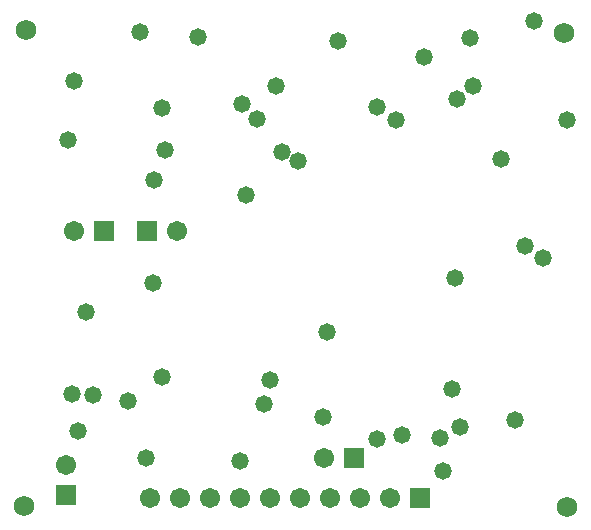
<source format=gbs>
G04*
G04 #@! TF.GenerationSoftware,Altium Limited,Altium Designer,22.8.2 (66)*
G04*
G04 Layer_Color=16711935*
%FSLAX44Y44*%
%MOMM*%
G71*
G04*
G04 #@! TF.SameCoordinates,219079CE-D9F2-4F20-8337-977AF1FC8BC2*
G04*
G04*
G04 #@! TF.FilePolarity,Negative*
G04*
G01*
G75*
%ADD32R,1.7032X1.7032*%
%ADD33C,1.7032*%
%ADD34C,1.7272*%
%ADD35R,1.7032X1.7032*%
%ADD36C,1.4732*%
D32*
X356870Y27940D02*
D03*
X125730Y254000D02*
D03*
X88900D02*
D03*
X300990Y62230D02*
D03*
D33*
X331470Y27940D02*
D03*
X280670D02*
D03*
X255270D02*
D03*
X229870D02*
D03*
X204470D02*
D03*
X179070D02*
D03*
X153670D02*
D03*
X128270D02*
D03*
X306070D02*
D03*
X275590Y62230D02*
D03*
X151130Y254000D02*
D03*
X63500D02*
D03*
X57150Y55880D02*
D03*
D34*
X481330Y20320D02*
D03*
X21590Y21590D02*
D03*
X478790Y421640D02*
D03*
X22860Y424180D02*
D03*
D35*
X57150Y30480D02*
D03*
D36*
X398780Y417830D02*
D03*
X205740Y361950D02*
D03*
X80010Y115570D02*
D03*
X234950Y376500D02*
D03*
X253420Y313384D02*
D03*
X218440Y349250D02*
D03*
X240030Y321310D02*
D03*
X401699Y376684D02*
D03*
X387956Y366139D02*
D03*
X453390Y431800D02*
D03*
X386080Y214630D02*
D03*
X445770Y241300D02*
D03*
X461010Y231140D02*
D03*
X373579Y78541D02*
D03*
X383617Y120573D02*
D03*
X320548Y78232D02*
D03*
X204470Y59690D02*
D03*
X375920Y50800D02*
D03*
X481330Y347980D02*
D03*
X436880Y93980D02*
D03*
X425450Y314960D02*
D03*
X287020Y415290D02*
D03*
X119380Y422910D02*
D03*
X278130Y168910D02*
D03*
X138430Y358140D02*
D03*
X140970Y322580D02*
D03*
X58420Y331470D02*
D03*
X63500Y381000D02*
D03*
X341630Y81280D02*
D03*
X124460Y62230D02*
D03*
X67310Y85090D02*
D03*
X109220Y110490D02*
D03*
X138430Y130810D02*
D03*
X62063Y115835D02*
D03*
X168779Y418083D02*
D03*
X320040Y359410D02*
D03*
X336550Y347980D02*
D03*
X390197Y88551D02*
D03*
X274320Y96520D02*
D03*
X229870Y128270D02*
D03*
X359909Y401827D02*
D03*
X224790Y107950D02*
D03*
X209550Y284480D02*
D03*
X73660Y185420D02*
D03*
X131826Y297688D02*
D03*
X130302Y209804D02*
D03*
M02*

</source>
